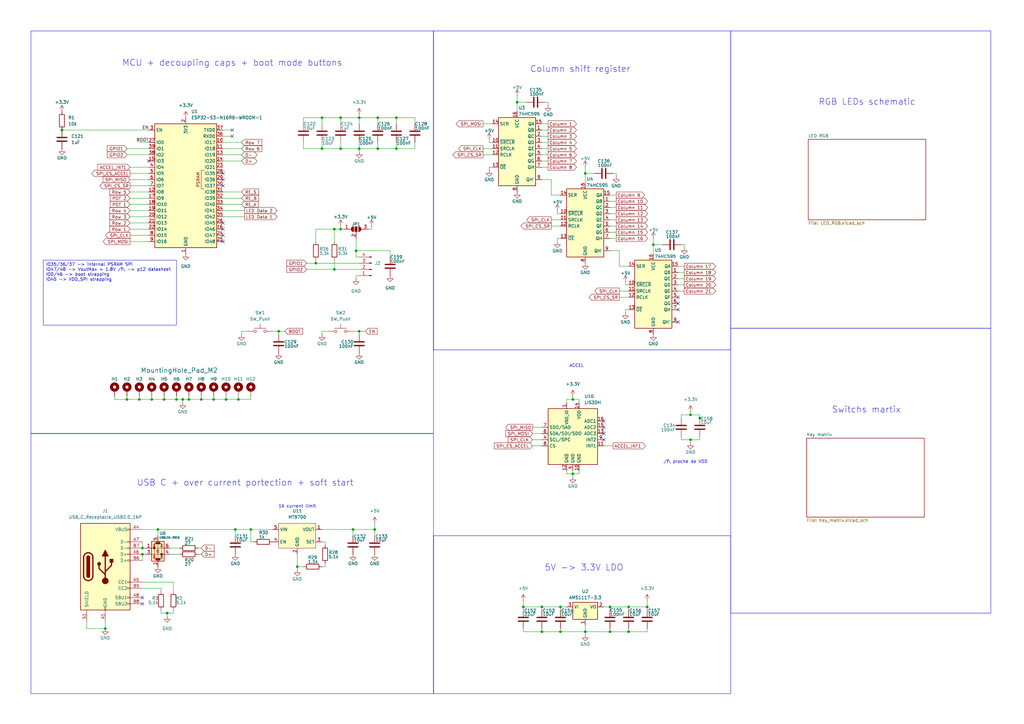
<source format=kicad_sch>
(kicad_sch (version 20250114) (generator "eeschema") (generator_version "9.0")
  (paper "A3")
  (rectangle (start 177.8 219.71) (end 299.72 284.48))
  (rectangle (start 12.7 12.7) (end 177.8 177.8))
  (rectangle (start 299.72 134.62) (end 406.4 251.46))
  (rectangle (start 12.7 177.8) (end 177.8 284.48))
  (rectangle (start 299.72 12.7) (end 406.4 134.62))
  (rectangle (start 177.8 12.7) (end 299.72 143.51))
  (text "Column shift register" (at 237.998 28.448 0) (effects (font (size 2.54 2.54))))
  (text "USB C + over current portection + soft start\n" (at 100.584 198.12 0) (effects (font (size 2.54 2.54))))
  (text "5V -> 3.3V LDO" (at 239.522 232.918 0) (effects (font (size 2.54 2.54))))
  (text "MCU + decoupling caps + boot mode buttons" (at 95.25 25.908 0) (effects (font (size 2.54 2.54))))
  (text "Switchs martix" (at 355.346 168.148 0) (effects (font (size 2.54 2.54))))
  (text "1A current limit" (at 121.92 207.772 0) (effects (font (size 1.27 1.27))))
  (text "ACCEL" (at 236.474 150.114 0) (effects (font (size 1.27 1.27))))
  (text "/!\\ proche de VDD\n" (at 281.178 189.484 0) (effects (font (size 1.27 1.27))))
  (text "RGB LEDs schematic\n" (at 355.6 41.91 0) (effects (font (size 2.54 2.54))))
  (text_box "IO35/36/37 -> internal PSRAM SPI\nIO47/48 -> VoutMax = 1.8V /!\\ -> p12 datasheet\nIO0/46 -> boot strapping\nIO45 -> VDD_SPI strapping\n\n" (at 17.78 106.68 0) (size 54.61 26.67) (margins 0.9525 0.9525 0.9525 0.9525) (effects (font (size 1.27 1.27) (thickness 0.1588)) (justify left top)))
  (junction (at 87.63 163.83))
  (junction (at 265.43 248.92))
  (junction (at 72.39 163.83))
  (junction (at 139.7 48.26))
  (junction (at 82.55 163.83))
  (junction (at 62.23 163.83))
  (junction (at 147.32 135.89))
  (junction (at 137.16 110.49))
  (junction (at 283.21 180.34))
  (junction (at 77.47 163.83))
  (junction (at 132.08 48.26))
  (junction (at 25.4 53.34))
  (junction (at 222.25 259.08))
  (junction (at 139.7 93.98))
  (junction (at 92.71 163.83))
  (junction (at 287.02 171.45))
  (junction (at 229.87 259.08))
  (junction (at 43.18 257.81))
  (junction (at 52.07 163.83))
  (junction (at 240.03 71.12))
  (junction (at 58.42 227.33))
  (junction (at 154.94 48.26))
  (junction (at 162.56 60.96))
  (junction (at 96.52 217.17))
  (junction (at 214.63 248.92))
  (junction (at 97.79 163.83))
  (junction (at 234.95 163.83))
  (junction (at 129.54 107.95))
  (junction (at 137.16 93.98))
  (junction (at 139.7 60.96))
  (junction (at 250.19 259.08))
  (junction (at 57.15 163.83))
  (junction (at 222.25 248.92))
  (junction (at 68.58 251.46))
  (junction (at 283.21 170.18))
  (junction (at 257.81 248.92))
  (junction (at 64.77 217.17))
  (junction (at 132.08 60.96))
  (junction (at 114.3 135.89))
  (junction (at 146.05 102.87))
  (junction (at 229.87 248.92))
  (junction (at 74.93 163.83))
  (junction (at 58.42 224.79))
  (junction (at 67.31 163.83))
  (junction (at 153.67 217.17))
  (junction (at 257.81 259.08))
  (junction (at 234.95 194.31))
  (junction (at 144.78 217.17))
  (junction (at 121.92 232.41))
  (junction (at 212.09 41.91))
  (junction (at 147.32 48.26))
  (junction (at 240.03 259.08))
  (junction (at 102.87 217.17))
  (junction (at 147.32 60.96))
  (junction (at 162.56 48.26))
  (junction (at 250.19 248.92))
  (junction (at 154.94 60.96))
  (junction (at 267.97 100.33))
  (no_connect (at 91.44 93.98))
  (no_connect (at 247.65 180.34))
  (no_connect (at 58.42 247.65))
  (no_connect (at 278.13 132.08))
  (no_connect (at 91.44 73.66))
  (no_connect (at 247.65 177.8))
  (no_connect (at 91.44 71.12))
  (no_connect (at 247.65 172.72))
  (no_connect (at 247.65 175.26))
  (no_connect (at 60.96 66.04))
  (no_connect (at 95.25 53.34))
  (no_connect (at 278.13 121.92))
  (no_connect (at 91.44 96.52))
  (no_connect (at 91.44 91.44))
  (no_connect (at 95.25 55.88))
  (no_connect (at 58.42 245.11))
  (no_connect (at 278.13 127))
  (no_connect (at 91.44 99.06))
  (no_connect (at 91.44 76.2))
  (no_connect (at 278.13 124.46))
  (wire (pts (xy 222.25 248.92) (xy 229.87 248.92)))
  (wire (pts (xy 228.6 87.63) (xy 229.87 87.63)))
  (wire (pts (xy 234.95 195.58) (xy 234.95 194.31)))
  (wire (pts (xy 77.47 163.83) (xy 82.55 163.83)))
  (wire (pts (xy 82.55 163.83) (xy 87.63 163.83)))
  (wire (pts (xy 240.03 259.08) (xy 240.03 256.54)))
  (wire (pts (xy 71.12 251.46) (xy 71.12 250.19)))
  (wire (pts (xy 250.19 102.87) (xy 254 102.87)))
  (wire (pts (xy 91.44 63.5) (xy 99.06 63.5)))
  (wire (pts (xy 267.97 97.79) (xy 267.97 100.33)))
  (wire (pts (xy 53.34 78.74) (xy 60.96 78.74)))
  (wire (pts (xy 121.92 232.41) (xy 124.46 232.41)))
  (wire (pts (xy 139.7 58.42) (xy 139.7 60.96)))
  (wire (pts (xy 64.77 217.17) (xy 64.77 219.71)))
  (wire (pts (xy 53.34 76.2) (xy 60.96 76.2)))
  (wire (pts (xy 218.44 175.26) (xy 222.25 175.26)))
  (wire (pts (xy 146.05 105.41) (xy 147.32 105.41)))
  (wire (pts (xy 287.02 171.45) (xy 287.02 172.72)))
  (wire (pts (xy 198.12 50.8) (xy 201.93 50.8)))
  (wire (pts (xy 278.13 114.3) (xy 280.67 114.3)))
  (wire (pts (xy 250.19 87.63) (xy 252.73 87.63)))
  (wire (pts (xy 250.19 92.71) (xy 252.73 92.71)))
  (wire (pts (xy 66.04 251.46) (xy 68.58 251.46)))
  (wire (pts (xy 132.08 135.89) (xy 134.62 135.89)))
  (wire (pts (xy 250.19 95.25) (xy 252.73 95.25)))
  (wire (pts (xy 279.4 100.33) (xy 280.67 100.33)))
  (wire (pts (xy 53.34 96.52) (xy 60.96 96.52)))
  (wire (pts (xy 278.13 109.22) (xy 280.67 109.22)))
  (wire (pts (xy 91.44 66.04) (xy 99.06 66.04)))
  (wire (pts (xy 52.07 162.56) (xy 52.07 163.83)))
  (wire (pts (xy 121.92 227.33) (xy 121.92 232.41)))
  (wire (pts (xy 256.54 115.57) (xy 256.54 116.84)))
  (wire (pts (xy 234.95 163.83) (xy 237.49 163.83)))
  (wire (pts (xy 198.12 63.5) (xy 201.93 63.5)))
  (wire (pts (xy 250.19 259.08) (xy 257.81 259.08)))
  (wire (pts (xy 234.95 194.31) (xy 234.95 193.04)))
  (wire (pts (xy 53.34 83.82) (xy 60.96 83.82)))
  (wire (pts (xy 226.06 73.66) (xy 226.06 80.01)))
  (wire (pts (xy 102.87 222.25) (xy 102.87 217.17)))
  (wire (pts (xy 71.12 238.76) (xy 71.12 242.57)))
  (wire (pts (xy 132.08 58.42) (xy 132.08 60.96)))
  (wire (pts (xy 154.94 48.26) (xy 154.94 50.8)))
  (wire (pts (xy 232.41 193.04) (xy 232.41 194.31)))
  (wire (pts (xy 99.06 137.16) (xy 99.06 135.89)))
  (wire (pts (xy 58.42 238.76) (xy 71.12 238.76)))
  (wire (pts (xy 67.31 163.83) (xy 62.23 163.83)))
  (wire (pts (xy 250.19 248.92) (xy 257.81 248.92)))
  (wire (pts (xy 66.04 242.57) (xy 66.04 241.3)))
  (wire (pts (xy 250.19 97.79) (xy 252.73 97.79)))
  (wire (pts (xy 212.09 41.91) (xy 212.09 45.72)))
  (wire (pts (xy 153.67 214.63) (xy 153.67 217.17)))
  (wire (pts (xy 52.07 163.83) (xy 46.99 163.83)))
  (wire (pts (xy 250.19 85.09) (xy 252.73 85.09)))
  (wire (pts (xy 74.93 165.1) (xy 74.93 163.83)))
  (wire (pts (xy 265.43 246.38) (xy 265.43 248.92)))
  (wire (pts (xy 240.03 260.35) (xy 240.03 259.08)))
  (wire (pts (xy 151.13 93.98) (xy 152.4 93.98)))
  (wire (pts (xy 232.41 165.1) (xy 232.41 163.83)))
  (wire (pts (xy 257.81 259.08) (xy 265.43 259.08)))
  (wire (pts (xy 144.78 217.17) (xy 144.78 219.71)))
  (wire (pts (xy 152.4 93.98) (xy 152.4 92.71)))
  (wire (pts (xy 146.05 97.79) (xy 146.05 102.87)))
  (wire (pts (xy 147.32 137.16) (xy 147.32 135.89)))
  (wire (pts (xy 43.18 255.27) (xy 43.18 257.81)))
  (wire (pts (xy 137.16 106.68) (xy 137.16 110.49)))
  (wire (pts (xy 228.6 86.36) (xy 228.6 87.63)))
  (wire (pts (xy 162.56 48.26) (xy 170.18 48.26)))
  (wire (pts (xy 237.49 194.31) (xy 234.95 194.31)))
  (wire (pts (xy 200.66 68.58) (xy 201.93 68.58)))
  (wire (pts (xy 287.02 180.34) (xy 287.02 179.07)))
  (wire (pts (xy 53.34 81.28) (xy 60.96 81.28)))
  (wire (pts (xy 250.19 257.81) (xy 250.19 259.08)))
  (wire (pts (xy 77.47 163.83) (xy 74.93 163.83)))
  (wire (pts (xy 58.42 217.17) (xy 64.77 217.17)))
  (wire (pts (xy 147.32 48.26) (xy 147.32 50.8)))
  (wire (pts (xy 57.15 163.83) (xy 62.23 163.83)))
  (wire (pts (xy 68.58 252.73) (xy 68.58 251.46)))
  (wire (pts (xy 200.66 57.15) (xy 200.66 58.42)))
  (wire (pts (xy 146.05 113.03) (xy 146.05 114.3)))
  (wire (pts (xy 82.55 227.33) (xy 81.28 227.33)))
  (wire (pts (xy 97.79 162.56) (xy 97.79 163.83)))
  (wire (pts (xy 212.09 39.37) (xy 212.09 41.91)))
  (wire (pts (xy 254 119.38) (xy 257.81 119.38)))
  (wire (pts (xy 222.25 66.04) (xy 224.79 66.04)))
  (wire (pts (xy 162.56 58.42) (xy 162.56 60.96)))
  (wire (pts (xy 170.18 60.96) (xy 170.18 58.42)))
  (wire (pts (xy 222.25 248.92) (xy 222.25 250.19)))
  (wire (pts (xy 240.03 71.12) (xy 243.84 71.12)))
  (wire (pts (xy 137.16 93.98) (xy 139.7 93.98)))
  (wire (pts (xy 58.42 222.25) (xy 58.42 224.79)))
  (wire (pts (xy 125.73 107.95) (xy 129.54 107.95)))
  (wire (pts (xy 232.41 163.83) (xy 234.95 163.83)))
  (wire (pts (xy 87.63 163.83) (xy 92.71 163.83)))
  (wire (pts (xy 69.85 227.33) (xy 73.66 227.33)))
  (wire (pts (xy 62.23 162.56) (xy 62.23 163.83)))
  (wire (pts (xy 132.08 60.96) (xy 139.7 60.96)))
  (wire (pts (xy 124.46 50.8) (xy 124.46 48.26)))
  (wire (pts (xy 53.34 68.58) (xy 60.96 68.58)))
  (wire (pts (xy 60.96 58.42) (xy 57.15 58.42)))
  (wire (pts (xy 228.6 97.79) (xy 229.87 97.79)))
  (wire (pts (xy 153.67 219.71) (xy 153.67 217.17)))
  (wire (pts (xy 278.13 111.76) (xy 280.67 111.76)))
  (wire (pts (xy 67.31 163.83) (xy 72.39 163.83)))
  (wire (pts (xy 218.44 182.88) (xy 222.25 182.88)))
  (wire (pts (xy 91.44 83.82) (xy 99.06 83.82)))
  (wire (pts (xy 222.25 50.8) (xy 224.79 50.8)))
  (wire (pts (xy 267.97 100.33) (xy 271.78 100.33)))
  (wire (pts (xy 214.63 259.08) (xy 214.63 257.81)))
  (wire (pts (xy 278.13 116.84) (xy 280.67 116.84)))
  (wire (pts (xy 139.7 93.98) (xy 139.7 92.71)))
  (wire (pts (xy 35.56 257.81) (xy 35.56 255.27)))
  (wire (pts (xy 250.19 80.01) (xy 252.73 80.01)))
  (wire (pts (xy 92.71 162.56) (xy 92.71 163.83)))
  (wire (pts (xy 226.06 92.71) (xy 229.87 92.71)))
  (wire (pts (xy 137.16 93.98) (xy 137.16 99.06)))
  (wire (pts (xy 129.54 107.95) (xy 129.54 106.68)))
  (wire (pts (xy 240.03 71.12) (xy 240.03 74.93)))
  (wire (pts (xy 133.35 232.41) (xy 132.08 232.41)))
  (wire (pts (xy 124.46 58.42) (xy 124.46 60.96)))
  (wire (pts (xy 237.49 163.83) (xy 237.49 165.1)))
  (wire (pts (xy 102.87 217.17) (xy 111.76 217.17)))
  (wire (pts (xy 129.54 99.06) (xy 129.54 93.98)))
  (wire (pts (xy 25.4 53.34) (xy 60.96 53.34)))
  (wire (pts (xy 91.44 58.42) (xy 99.06 58.42)))
  (wire (pts (xy 129.54 93.98) (xy 137.16 93.98)))
  (wire (pts (xy 147.32 48.26) (xy 154.94 48.26)))
  (wire (pts (xy 218.44 180.34) (xy 222.25 180.34)))
  (wire (pts (xy 154.94 60.96) (xy 162.56 60.96)))
  (wire (pts (xy 58.42 229.87) (xy 58.42 227.33)))
  (wire (pts (xy 257.81 248.92) (xy 265.43 248.92)))
  (wire (pts (xy 124.46 48.26) (xy 132.08 48.26)))
  (wire (pts (xy 283.21 181.61) (xy 283.21 180.34)))
  (wire (pts (xy 240.03 259.08) (xy 229.87 259.08)))
  (wire (pts (xy 222.25 73.66) (xy 226.06 73.66)))
  (wire (pts (xy 218.44 177.8) (xy 222.25 177.8)))
  (wire (pts (xy 91.44 60.96) (xy 99.06 60.96)))
  (wire (pts (xy 147.32 60.96) (xy 154.94 60.96)))
  (wire (pts (xy 133.35 222.25) (xy 132.08 222.25)))
  (wire (pts (xy 234.95 163.83) (xy 234.95 162.56)))
  (wire (pts (xy 200.66 69.85) (xy 200.66 68.58)))
  (wire (pts (xy 200.66 58.42) (xy 201.93 58.42)))
  (wire (pts (xy 146.05 102.87) (xy 160.02 102.87)))
  (wire (pts (xy 222.25 55.88) (xy 224.79 55.88)))
  (wire (pts (xy 170.18 48.26) (xy 170.18 50.8)))
  (wire (pts (xy 283.21 180.34) (xy 287.02 180.34)))
  (wire (pts (xy 100.33 88.9) (xy 91.44 88.9)))
  (wire (pts (xy 283.21 168.91) (xy 283.21 170.18)))
  (wire (pts (xy 250.19 248.92) (xy 250.19 250.19)))
  (wire (pts (xy 52.07 63.5) (xy 60.96 63.5)))
  (wire (pts (xy 102.87 162.56) (xy 102.87 163.83)))
  (wire (pts (xy 58.42 227.33) (xy 59.69 227.33)))
  (wire (pts (xy 283.21 170.18) (xy 287.02 170.18)))
  (wire (pts (xy 160.02 102.87) (xy 160.02 105.41)))
  (wire (pts (xy 251.46 71.12) (xy 252.73 71.12)))
  (wire (pts (xy 256.54 128.27) (xy 256.54 127)))
  (wire (pts (xy 153.67 217.17) (xy 144.78 217.17)))
  (wire (pts (xy 265.43 257.81) (xy 265.43 259.08)))
  (wire (pts (xy 214.63 246.38) (xy 214.63 248.92)))
  (wire (pts (xy 254 121.92) (xy 257.81 121.92)))
  (wire (pts (xy 278.13 119.38) (xy 280.67 119.38)))
  (wire (pts (xy 46.99 163.83) (xy 46.99 162.56)))
  (wire (pts (xy 222.25 63.5) (xy 224.79 63.5)))
  (wire (pts (xy 229.87 259.08) (xy 229.87 257.81)))
  (wire (pts (xy 58.42 224.79) (xy 59.69 224.79)))
  (wire (pts (xy 68.58 251.46) (xy 71.12 251.46)))
  (wire (pts (xy 222.25 68.58) (xy 224.79 68.58)))
  (wire (pts (xy 69.85 224.79) (xy 73.66 224.79)))
  (wire (pts (xy 104.14 222.25) (xy 102.87 222.25)))
  (wire (pts (xy 252.73 71.12) (xy 252.73 72.39)))
  (wire (pts (xy 222.25 259.08) (xy 222.25 257.81)))
  (wire (pts (xy 67.31 162.56) (xy 67.31 163.83)))
  (wire (pts (xy 64.77 217.17) (xy 96.52 217.17)))
  (wire (pts (xy 146.05 113.03) (xy 147.32 113.03)))
  (wire (pts (xy 154.94 58.42) (xy 154.94 60.96)))
  (wire (pts (xy 96.52 217.17) (xy 102.87 217.17)))
  (wire (pts (xy 72.39 163.83) (xy 72.39 162.56)))
  (wire (pts (xy 223.52 41.91) (xy 224.79 41.91)))
  (wire (pts (xy 240.03 259.08) (xy 250.19 259.08)))
  (wire (pts (xy 267.97 100.33) (xy 267.97 104.14)))
  (wire (pts (xy 87.63 163.83) (xy 87.63 162.56)))
  (wire (pts (xy 114.3 135.89) (xy 116.84 135.89)))
  (wire (pts (xy 247.65 248.92) (xy 250.19 248.92)))
  (wire (pts (xy 53.34 91.44) (xy 60.96 91.44)))
  (wire (pts (xy 96.52 219.71) (xy 96.52 217.17)))
  (wire (pts (xy 82.55 162.56) (xy 82.55 163.83)))
  (wire (pts (xy 102.87 163.83) (xy 97.79 163.83)))
  (wire (pts (xy 91.44 53.34) (xy 95.25 53.34)))
  (wire (pts (xy 237.49 193.04) (xy 237.49 194.31)))
  (wire (pts (xy 121.92 232.41) (xy 121.92 233.68)))
  (wire (pts (xy 247.65 182.88) (xy 251.46 182.88)))
  (wire (pts (xy 147.32 60.96) (xy 147.32 62.23)))
  (wire (pts (xy 222.25 53.34) (xy 224.79 53.34)))
  (wire (pts (xy 279.4 171.45) (xy 279.4 170.18)))
  (wire (pts (xy 256.54 127) (xy 257.81 127)))
  (wire (pts (xy 53.34 71.12) (xy 60.96 71.12)))
  (wire (pts (xy 133.35 223.52) (xy 133.35 222.25)))
  (wire (pts (xy 91.44 81.28) (xy 99.06 81.28)))
  (wire (pts (xy 280.67 100.33) (xy 280.67 101.6)))
  (wire (pts (xy 250.19 90.17) (xy 252.73 90.17)))
  (wire (pts (xy 124.46 60.96) (xy 132.08 60.96)))
  (wire (pts (xy 111.76 135.89) (xy 114.3 135.89)))
  (wire (pts (xy 257.81 250.19) (xy 257.81 248.92)))
  (wire (pts (xy 97.79 163.83) (xy 92.71 163.83)))
  (wire (pts (xy 214.63 248.92) (xy 222.25 248.92)))
  (wire (pts (xy 146.05 102.87) (xy 146.05 105.41)))
  (wire (pts (xy 139.7 60.96) (xy 147.32 60.96)))
  (wire (pts (xy 57.15 163.83) (xy 57.15 162.56)))
  (wire (pts (xy 147.32 46.99) (xy 147.32 48.26)))
  (wire (pts (xy 133.35 231.14) (xy 133.35 232.41)))
  (wire (pts (xy 91.44 78.74) (xy 99.06 78.74)))
  (wire (pts (xy 198.12 60.96) (xy 201.93 60.96)))
  (wire (pts (xy 265.43 248.92) (xy 265.43 250.19)))
  (wire (pts (xy 132.08 48.26) (xy 132.08 50.8)))
  (wire (pts (xy 140.97 93.98) (xy 139.7 93.98)))
  (wire (pts (xy 144.78 135.89) (xy 147.32 135.89)))
  (wire (pts (xy 212.09 41.91) (xy 215.9 41.91)))
  (wire (pts (xy 114.3 137.16) (xy 114.3 135.89)))
  (wire (pts (xy 137.16 110.49) (xy 147.32 110.49)))
  (wire (pts (xy 154.94 48.26) (xy 162.56 48.26)))
  (wire (pts (xy 224.79 41.91) (xy 224.79 43.18)))
  (wire (pts (xy 53.34 88.9) (xy 60.96 88.9)))
  (wire (pts (xy 254 109.22) (xy 257.81 109.22)))
  (wire (pts (xy 287.02 170.18) (xy 287.02 171.45)))
  (wire (pts (xy 53.34 73.66) (xy 60.96 73.66)))
  (wire (pts (xy 254 102.87) (xy 254 109.22)))
  (wire (pts (xy 125.73 110.49) (xy 137.16 110.49)))
  (wire (pts (xy 147.32 58.42) (xy 147.32 60.96)))
  (wire (pts (xy 99.06 135.89) (xy 101.6 135.89)))
  (wire (pts (xy 257.81 259.08) (xy 257.81 257.81)))
  (wire (pts (xy 66.04 250.19) (xy 66.04 251.46)))
  (wire (pts (xy 279.4 170.18) (xy 283.21 170.18)))
  (wire (pts (xy 222.25 259.08) (xy 214.63 259.08)))
  (wire (pts (xy 232.41 194.31) (xy 234.95 194.31)))
  (wire (pts (xy 283.21 180.34) (xy 279.4 180.34)))
  (wire (pts (xy 132.08 48.26) (xy 139.7 48.26)))
  (wire (pts (xy 77.47 162.56) (xy 77.47 163.83)))
  (wire (pts (xy 139.7 48.26) (xy 139.7 50.8)))
  (wire (pts (xy 279.4 180.34) (xy 279.4 179.07)))
  (wire (pts (xy 129.54 107.95) (xy 147.32 107.95)))
  (wire (pts (xy 147.32 135.89) (xy 149.86 135.89)))
  (wire (pts (xy 226.06 90.17) (xy 229.87 90.17)))
  (wire (pts (xy 222.25 259.08) (xy 229.87 259.08)))
  (wire (pts (xy 91.44 86.36) (xy 100.33 86.36)))
  (wire (pts (xy 222.25 58.42) (xy 224.79 58.42)))
  (wire (pts (xy 162.56 60.96) (xy 170.18 60.96)))
  (wire (pts (xy 229.87 248.92) (xy 229.87 250.19)))
  (wire (pts (xy 228.6 99.06) (xy 228.6 97.79)))
  (wire (pts (xy 256.54 116.84) (xy 257.81 116.84)))
  (wire (pts (xy 52.07 60.96) (xy 60.96 60.96)))
  (wire (pts (xy 53.34 93.98) (xy 60.96 93.98)))
  (wire (pts (xy 91.44 55.88) (xy 95.25 55.88)))
  (wire (pts (xy 74.93 163.83) (xy 72.39 163.83)))
  (wire (pts (xy 52.07 163.83) (xy 57.15 163.83)))
  (wire (pts (xy 132.08 217.17) (xy 144.78 217.17)))
  (wire (pts (xy 162.56 48.26) (xy 162.56 50.8)))
  (wire (pts (xy 232.41 248.92) (xy 229.87 248.92)))
  (wire (pts (xy 214.63 250.19) (xy 214.63 248.92)))
  (wire (pts (xy 132.08 137.16) (xy 132.08 135.89)))
  (wire (pts (xy 53.34 86.36) (xy 60.96 86.36)))
  (wire (pts (xy 82.55 224.79) (xy 81.28 224.79)))
  (wire (pts (xy 250.19 82.55) (xy 252.73 82.55)))
  (wire (pts (xy 43.18 257.81) (xy 35.56 257.81)))
  (wire (pts (xy 226.06 80.01) (xy 229.87 80.01)))
  (wire (pts (xy 240.03 68.58) (xy 240.03 71.12)))
  (wire (pts (xy 53.34 99.06) (xy 60.96 99.06)))
  (wire (pts (xy 222.25 60.96) (xy 224.79 60.96)))
  (wire (pts (xy 58.42 241.3) (xy 66.04 241.3)))
  (wire (pts (xy 139.7 48.26) (xy 147.32 48.26)))
  (label "EN" (at 60.96 53.34 180))
  (label "BOOT" (at 60.96 58.42 180))
  (global_label "D-" (shape bidirectional) (at 99.06 63.5 0) (property "Intersheetrefs" "${INTERSHEET_REFS}" (effects (hide yes))))
  (global_label "SPI_CLK" (shape input) (at 218.44 180.34 180) (property "Intersheetrefs" "${INTERSHEET_REFS}" (effects (hide yes))))
  (global_label "D+" (shape input) (at 82.55 227.33 0) (property "Intersheetrefs" "${INTERSHEET_REFS}" (effects (hide yes))))
  (global_label "Column 21" (shape output) (at 280.67 119.38 0) (property "Intersheetrefs" "${INTERSHEET_REFS}" (effects (hide yes))))
  (global_label "SPI_CS_ACCEL" (shape output) (at 53.34 71.12 180) (property "Intersheetrefs" "${INTERSHEET_REFS}" (effects (hide yes))))
  (global_label "SPI_CS_SR" (shape output) (at 53.34 76.2 180) (property "Intersheetrefs" "${INTERSHEET_REFS}" (effects (hide yes))))
  (global_label "Column 11" (shape output) (at 252.73 85.09 0) (property "Intersheetrefs" "${INTERSHEET_REFS}" (effects (hide yes))))
  (global_label "SPI_MOSI" (shape output) (at 53.34 99.06 180) (property "Intersheetrefs" "${INTERSHEET_REFS}" (effects (hide yes))))
  (global_label "Column 7" (shape output) (at 224.79 66.04 0) (property "Intersheetrefs" "${INTERSHEET_REFS}" (effects (hide yes))))
  (global_label "RE_S" (shape input) (at 99.06 78.74 0) (property "Intersheetrefs" "${INTERSHEET_REFS}" (effects (hide yes))))
  (global_label "SPI_CLK" (shape output) (at 226.06 90.17 180) (property "Intersheetrefs" "${INTERSHEET_REFS}" (effects (hide yes))))
  (global_label "LED Data 2" (shape output) (at 100.33 86.36 0) (property "Intersheetrefs" "${INTERSHEET_REFS}" (effects (hide yes))))
  (global_label "SPI_MISO" (shape output) (at 218.44 175.26 180) (property "Intersheetrefs" "${INTERSHEET_REFS}" (effects (hide yes))))
  (global_label "Column 1" (shape output) (at 224.79 50.8 0) (property "Intersheetrefs" "${INTERSHEET_REFS}" (effects (hide yes))))
  (global_label "SPI_MISO" (shape input) (at 53.34 73.66 180) (property "Intersheetrefs" "${INTERSHEET_REFS}" (effects (hide yes))))
  (global_label "SPI_CLK" (shape output) (at 198.12 60.96 180) (property "Intersheetrefs" "${INTERSHEET_REFS}" (effects (hide yes))))
  (global_label "Column 17" (shape output) (at 280.67 109.22 0) (property "Intersheetrefs" "${INTERSHEET_REFS}" (effects (hide yes))))
  (global_label "Column 19" (shape output) (at 280.67 114.3 0) (property "Intersheetrefs" "${INTERSHEET_REFS}" (effects (hide yes))))
  (global_label "ACCEL_INT1" (shape output) (at 251.46 182.88 0) (property "Intersheetrefs" "${INTERSHEET_REFS}" (effects (hide yes))))
  (global_label "SPI_CS_ACCEL" (shape input) (at 218.44 182.88 180) (property "Intersheetrefs" "${INTERSHEET_REFS}" (effects (hide yes))))
  (global_label "SPI_MOSI" (shape output) (at 198.12 50.8 180) (property "Intersheetrefs" "${INTERSHEET_REFS}" (effects (hide yes))))
  (global_label "Column 4" (shape output) (at 224.79 58.42 0) (property "Intersheetrefs" "${INTERSHEET_REFS}" (effects (hide yes))))
  (global_label "Column 18" (shape output) (at 280.67 111.76 0) (property "Intersheetrefs" "${INTERSHEET_REFS}" (effects (hide yes))))
  (global_label "POT 2" (shape input) (at 53.34 81.28 180) (property "Intersheetrefs" "${INTERSHEET_REFS}" (effects (hide yes))))
  (global_label "Column 8" (shape output) (at 224.79 68.58 0) (property "Intersheetrefs" "${INTERSHEET_REFS}" (effects (hide yes))))
  (global_label "Column 12" (shape output) (at 252.73 87.63 0) (property "Intersheetrefs" "${INTERSHEET_REFS}" (effects (hide yes))))
  (global_label "Column 9" (shape output) (at 252.73 80.01 0) (property "Intersheetrefs" "${INTERSHEET_REFS}" (effects (hide yes))))
  (global_label "Column 20" (shape output) (at 280.67 116.84 0) (property "Intersheetrefs" "${INTERSHEET_REFS}" (effects (hide yes))))
  (global_label "Column 14" (shape output) (at 252.73 92.71 0) (property "Intersheetrefs" "${INTERSHEET_REFS}" (effects (hide yes))))
  (global_label "Column 3" (shape output) (at 224.79 55.88 0) (property "Intersheetrefs" "${INTERSHEET_REFS}" (effects (hide yes))))
  (global_label "SPI_CS_SR" (shape output) (at 254 121.92 180) (property "Intersheetrefs" "${INTERSHEET_REFS}" (effects (hide yes))))
  (global_label "Column 2" (shape output) (at 224.79 53.34 0) (property "Intersheetrefs" "${INTERSHEET_REFS}" (effects (hide yes))))
  (global_label "GPIO2" (shape input) (at 125.73 110.49 180) (property "Intersheetrefs" "${INTERSHEET_REFS}" (effects (hide yes))))
  (global_label "Column 6" (shape output) (at 224.79 63.5 0) (property "Intersheetrefs" "${INTERSHEET_REFS}" (effects (hide yes))))
  (global_label "SPI_CS_SR" (shape output) (at 226.06 92.71 180) (property "Intersheetrefs" "${INTERSHEET_REFS}" (effects (hide yes))))
  (global_label "Column 16" (shape output) (at 252.73 97.79 0) (property "Intersheetrefs" "${INTERSHEET_REFS}" (effects (hide yes))))
  (global_label "Row 4" (shape input) (at 53.34 86.36 180) (property "Intersheetrefs" "${INTERSHEET_REFS}" (effects (hide yes))))
  (global_label "LED Data 1" (shape output) (at 100.33 88.9 0) (property "Intersheetrefs" "${INTERSHEET_REFS}" (effects (hide yes))))
  (global_label "SPI_CS_SR" (shape output) (at 198.12 63.5 180) (property "Intersheetrefs" "${INTERSHEET_REFS}" (effects (hide yes))))
  (global_label "Row 1" (shape input) (at 53.34 93.98 180) (property "Intersheetrefs" "${INTERSHEET_REFS}" (effects (hide yes))))
  (global_label "Column 15" (shape output) (at 252.73 95.25 0) (property "Intersheetrefs" "${INTERSHEET_REFS}" (effects (hide yes))))
  (global_label "Row 7" (shape input) (at 99.06 58.42 0) (property "Intersheetrefs" "${INTERSHEET_REFS}" (effects (hide yes))))
  (global_label "SPI_MOSI" (shape input) (at 218.44 177.8 180) (property "Intersheetrefs" "${INTERSHEET_REFS}" (effects (hide yes))))
  (global_label "ACCEL_INT1" (shape input) (at 53.34 68.58 180) (property "Intersheetrefs" "${INTERSHEET_REFS}" (effects (hide yes))))
  (global_label "SPI_CLK" (shape output) (at 53.34 96.52 180) (property "Intersheetrefs" "${INTERSHEET_REFS}" (effects (hide yes))))
  (global_label "EN" (shape input) (at 149.86 135.89 0) (property "Intersheetrefs" "${INTERSHEET_REFS}" (effects (hide yes))))
  (global_label "GPIO2" (shape input) (at 52.07 63.5 180) (property "Intersheetrefs" "${INTERSHEET_REFS}" (effects (hide yes))))
  (global_label "D+" (shape bidirectional) (at 99.06 66.04 0) (property "Intersheetrefs" "${INTERSHEET_REFS}" (effects (hide yes))))
  (global_label "Column 5" (shape output) (at 224.79 60.96 0) (property "Intersheetrefs" "${INTERSHEET_REFS}" (effects (hide yes))))
  (global_label "RE_A" (shape input) (at 99.06 83.82 0) (property "Intersheetrefs" "${INTERSHEET_REFS}" (effects (hide yes))))
  (global_label "D-" (shape input) (at 82.55 224.79 0) (property "Intersheetrefs" "${INTERSHEET_REFS}" (effects (hide yes))))
  (global_label "Row 6" (shape input) (at 99.06 60.96 0) (property "Intersheetrefs" "${INTERSHEET_REFS}" (effects (hide yes))))
  (global_label "GPIO1" (shape input) (at 125.73 107.95 180) (property "Intersheetrefs" "${INTERSHEET_REFS}" (effects (hide yes))))
  (global_label "Row 3" (shape input) (at 53.34 88.9 180) (property "Intersheetrefs" "${INTERSHEET_REFS}" (effects (hide yes))))
  (global_label "Column 13" (shape output) (at 252.73 90.17 0) (property "Intersheetrefs" "${INTERSHEET_REFS}" (effects (hide yes))))
  (global_label "RE_B" (shape input) (at 99.06 81.28 0) (property "Intersheetrefs" "${INTERSHEET_REFS}" (effects (hide yes))))
  (global_label "Row 5" (shape input) (at 53.34 78.74 180) (property "Intersheetrefs" "${INTERSHEET_REFS}" (effects (hide yes))))
  (global_label "GPIO1" (shape input) (at 52.07 60.96 180) (property "Intersheetrefs" "${INTERSHEET_REFS}" (effects (hide yes))))
  (global_label "Row 2" (shape input) (at 53.34 91.44 180) (property "Intersheetrefs" "${INTERSHEET_REFS}" (effects (hide yes))))
  (global_label "BOOT" (shape input) (at 116.84 135.89 0) (property "Intersheetrefs" "${INTERSHEET_REFS}" (effects (hide yes))))
  (global_label "SPI_CLK" (shape output) (at 254 119.38 180) (property "Intersheetrefs" "${INTERSHEET_REFS}" (effects (hide yes))))
  (global_label "POT 1" (shape input) (at 53.34 83.82 180) (property "Intersheetrefs" "${INTERSHEET_REFS}" (effects (hide yes))))
  (global_label "Column 10" (shape output) (at 252.73 82.55 0) (property "Intersheetrefs" "${INTERSHEET_REFS}" (effects (hide yes))))
  (symbol (lib_id "power:GND") (at 144.78 227.33 0) (unit 1)
    (property "Reference" "#PWR0421" (effects (hide yes)))
    (property "Value" "GND" (at 144.78 231.14 0))
    (property "Description" "Power symbol creates a global label with name \"GND\" , ground" (effects (hide yes)))
  )
  (symbol (lib_id "power:+3.3V") (at 283.21 168.91 0) (unit 1)
    (property "Reference" "#PWR0427" (effects (hide yes)))
    (property "Value" "+3.3V" (at 283.21 163.83 0))
    (property "Description" "Power symbol creates a global label with name \"+3.3V\"" (effects (hide yes)))
  )
  (symbol (lib_id "Connector:USB_C_Receptacle_USB2.0_16P") (at 43.18 232.41 0) (unit 1)
    (property "Reference" "J1" (at 43.18 209.55 0))
    (property "Value" "USB_C_Receptacle_USB2.0_16P" (at 43.18 212.09 0))
    (property "Footprint" "Connector_USB:USB_C_Receptacle_G-Switch_GT-USB-7010ASV" (effects (hide yes)))
    (property "Datasheet" "https://www.usb.org/sites/default/files/documents/usb_type-c.zip" (effects (hide yes)))
    (property "Description" "USB 2.0-only 16P Type-C Receptacle connector" (effects (hide yes)))
  )
  (symbol (lib_id "Device:R") (at 137.16 102.87 0) (mirror y) (unit 1)
    (property "Reference" "R31" (at 142.494 102.108 0) (effects (justify left)))
    (property "Value" "3.3k" (at 142.748 103.886 0) (effects (justify left)))
    (property "Footprint" "Resistor_SMD:R_0603_1608Metric_Pad0.98x0.95mm_HandSolder" (effects (hide yes)))
    (property "Description" "Resistor" (effects (hide yes)))
  )
  (symbol (lib_id "Device:C") (at 279.4 175.26 0) (mirror y) (unit 1)
    (property "Reference" "C134" (at 277.114 174.498 0) (effects (justify left)))
    (property "Value" "100nF" (at 277.114 176.276 0) (effects (justify left)))
    (property "Footprint" "Capacitor_SMD:C_0402_1005Metric_Pad0.74x0.62mm_HandSolder" (effects (hide yes)))
    (property "Description" "Unpolarized capacitor" (effects (hide yes)))
  )
  (symbol (lib_id "power:+5V") (at 153.67 214.63 0) (unit 1)
    (property "Reference" "#PWR07" (effects (hide yes)))
    (property "Value" "+5V" (at 153.67 209.55 0))
    (property "Description" "Power symbol creates a global label with name \"+5V\"" (effects (hide yes)))
  )
  (symbol (lib_id "power:GND") (at 99.06 137.16 0) (unit 1)
    (property "Reference" "#PWR012" (effects (hide yes)))
    (property "Value" "GND" (at 99.06 140.97 0))
    (property "Description" "Power symbol creates a global label with name \"GND\" , ground" (effects (hide yes)))
  )
  (symbol (lib_id "power:+3.3V") (at 234.95 162.56 0) (unit 1)
    (property "Reference" "#PWR0425" (effects (hide yes)))
    (property "Value" "+3.3V" (at 234.95 157.48 0))
    (property "Description" "Power symbol creates a global label with name \"+3.3V\"" (effects (hide yes)))
  )
  (symbol (lib_id "power:+5V") (at 240.03 68.58 0) (unit 1)
    (property "Reference" "#PWR024" (effects (hide yes)))
    (property "Value" "+5V" (at 240.03 65.024 0))
    (property "Description" "Power symbol creates a global label with name \"+5V\"" (effects (hide yes)))
  )
  (symbol (lib_id "Sensor_Motion:LIS3DH") (at 234.95 177.8 0) (unit 1)
    (property "Reference" "U10" (at 239.6841 162.56 0) (effects (justify left)))
    (property "Value" "LIS3DH" (at 239.6841 165.1 0) (effects (justify left)))
    (property "Footprint" "Package_LGA:LGA-16_3x3mm_P0.5mm_LayoutBorder3x5y" (effects (hide yes)))
    (property "Datasheet" "https://www.st.com/resource/en/datasheet/cd00274221.pdf" (effects (hide yes)))
    (property "Description" "3-Axis Accelerometer, 2/4/8/16g range, I2C/SPI interface, LGA-16" (effects (hide yes)))
  )
  (symbol (lib_id "power:GND") (at 43.18 257.81 0) (mirror y) (unit 1)
    (property "Reference" "#PWR08" (effects (hide yes)))
    (property "Value" "GND" (at 43.18 261.62 0))
    (property "Description" "Power symbol creates a global label with name \"GND\" , ground" (effects (hide yes)))
  )
  (symbol (lib_id "Device:R") (at 71.12 246.38 180) (unit 1)
    (property "Reference" "R2" (at 72.136 245.364 0) (effects (justify right)))
    (property "Value" "5.1k" (at 72.136 247.1419 0) (effects (justify right)))
    (property "Footprint" "Resistor_SMD:R_0603_1608Metric_Pad0.98x0.95mm_HandSolder" (effects (hide yes)))
    (property "Description" "Resistor" (effects (hide yes)))
  )
  (symbol (lib_id "Device:C") (at 96.52 223.52 0) (unit 1)
    (property "Reference" "C131" (at 96.774 219.964 0) (effects (justify left)))
    (property "Value" "10uF" (at 96.774 221.4879 0) (effects (justify left)))
    (property "Footprint" "Capacitor_SMD:C_0603_1608Metric_Pad1.08x0.95mm_HandSolder" (effects (hide yes)))
    (property "Description" "Unpolarized capacitor" (effects (hide yes)))
  )
  (symbol (lib_id "power:GND") (at 240.03 260.35 0) (unit 1)
    (property "Reference" "#PWR016" (effects (hide yes)))
    (property "Value" "GND" (at 240.03 264.16 0))
    (property "Description" "Power symbol creates a global label with name \"GND\" , ground" (effects (hide yes)))
  )
  (symbol (lib_id "Mechanical:MountingHole_Pad") (at 102.87 160.02 0) (mirror y) (unit 1)
    (property "Reference" "H12" (at 102.87 155.448 0))
    (property "Value" "MountingHole_Pad_M2" (effects (hide yes)))
    (property "Footprint" "MountingHole:MountingHole_2.2mm_M2_ISO7380_Pad" (effects (hide yes)))
    (property "Description" "Mounting Hole with connection" (effects (hide yes)))
  )
  (symbol (lib_id "Device:C") (at 154.94 54.61 0) (unit 1)
    (property "Reference" "C126" (at 154.94 50.8 0) (effects (justify left)))
    (property "Value" "100nF" (at 154.94 52.578 0) (effects (justify left)))
    (property "Footprint" "Capacitor_SMD:C_0402_1005Metric_Pad0.74x0.62mm_HandSolder" (effects (hide yes)))
    (property "Description" "Unpolarized capacitor" (effects (hide yes)))
  )
  (symbol (lib_id "power:GND") (at 153.67 227.33 0) (unit 1)
    (property "Reference" "#PWR0422" (effects (hide yes)))
    (property "Value" "GND" (at 153.67 231.14 0))
    (property "Description" "Power symbol creates a global label with name \"GND\" , ground" (effects (hide yes)))
  )
  (symbol (lib_id "power:GND") (at 234.95 195.58 0) (unit 1)
    (property "Reference" "#PWR0424" (effects (hide yes)))
    (property "Value" "GND" (at 234.95 199.39 0))
    (property "Description" "Power symbol creates a global label with name \"GND\" , ground" (effects (hide yes)))
  )
  (symbol (lib_id "Switch:SW_Push") (at 106.68 135.89 0) (unit 1)
    (property "Reference" "SW1" (at 106.68 128.27 0))
    (property "Value" "SW_Push" (at 106.68 130.81 0))
    (property "Footprint" "Button_Switch_SMD:SW_SPST_SKQG_WithoutStem" (effects (hide yes)))
    (property "Description" "Push button switch, generic, two pins" (effects (hide yes)))
  )
  (symbol (lib_id "power:GND") (at 147.32 144.78 0) (unit 1)
    (property "Reference" "#PWR015" (effects (hide yes)))
    (property "Value" "GND" (at 147.32 148.59 0))
    (property "Description" "Power symbol creates a global label with name \"GND\" , ground" (effects (hide yes)))
  )
  (symbol (lib_id "power:GND") (at 283.21 181.61 0) (unit 1)
    (property "Reference" "#PWR0426" (effects (hide yes)))
    (property "Value" "GND" (at 283.21 185.42 0))
    (property "Description" "Power symbol creates a global label with name \"GND\" , ground" (effects (hide yes)))
  )
  (symbol (lib_id "Device:C") (at 144.78 223.52 0) (unit 1)
    (property "Reference" "C132" (at 145.034 219.964 0) (effects (justify left)))
    (property "Value" "10uF" (at 145.034 221.4879 0) (effects (justify left)))
    (property "Footprint" "Capacitor_SMD:C_0603_1608Metric_Pad1.08x0.95mm_HandSolder" (effects (hide yes)))
    (property "Description" "Unpolarized capacitor" (effects (hide yes)))
  )
  (symbol (lib_id "Device:C") (at 265.43 254 0) (unit 1)
    (property "Reference" "C157" (at 265.684 250.444 0) (effects (justify left)))
    (property "Value" "10uF" (at 265.684 251.968 0) (effects (justify left)))
    (property "Footprint" "Capacitor_SMD:C_0603_1608Metric_Pad1.08x0.95mm_HandSolder" (effects (hide yes)))
    (property "Description" "Unpolarized capacitor" (effects (hide yes)))
  )
  (symbol (lib_id "74xx:74HC595") (at 267.97 119.38 0) (unit 1)
    (property "Reference" "U5" (at 268.478 102.616 0) (effects (justify left)))
    (property "Value" "74HC595" (at 268.478 105.156 0) (effects (justify left)))
    (property "Footprint" "Package_SO:SOP-16_3.9x9.9mm_P1.27mm" (effects (hide yes)))
    (property "Datasheet" "http://www.ti.com/lit/ds/symlink/sn74hc595.pdf" (effects (hide yes)))
    (property "Description" "8-bit serial in/out Shift Register 3-State Outputs" (effects (hide yes)))
  )
  (symbol (lib_id "Device:C") (at 147.32 140.97 0) (mirror y) (unit 1)
    (property "Reference" "C130" (at 145.034 140.208 0) (effects (justify left)))
    (property "Value" "100nF" (at 145.034 141.986 0) (effects (justify left)))
    (property "Footprint" "Capacitor_SMD:C_0402_1005Metric_Pad0.74x0.62mm_HandSolder" (effects (hide yes)))
    (property "Description" "Unpolarized capacitor" (effects (hide yes)))
  )
  (symbol (lib_id "power:GND") (at 76.2 104.14 0) (unit 1)
    (property "Reference" "#PWR02" (effects (hide yes)))
    (property "Value" "GND" (at 76.2 109.22 0))
    (property "Description" "Power symbol creates a global label with name \"GND\" , ground" (effects (hide yes)))
  )
  (symbol (lib_id "power:+5V") (at 214.63 246.38 0) (unit 1)
    (property "Reference" "#PWR017" (effects (hide yes)))
    (property "Value" "+5V" (at 214.63 241.3 0))
    (property "Description" "Power symbol creates a global label with name \"+5V\"" (effects (hide yes)))
  )
  (symbol (lib_id "Mechanical:MountingHole_Pad") (at 46.99 160.02 0) (unit 1)
    (property "Reference" "H1" (at 46.99 155.448 0))
    (property "Value" "MountingHole_Pad_M2" (at 57.658 151.892 0) (effects (font (size 1.905 1.905)) (justify left)))
    (property "Footprint" "MountingHole:MountingHole_2.2mm_M2_ISO7380_Pad" (effects (hide yes)))
    (property "Description" "Mounting Hole with connection" (effects (hide yes)))
  )
  (symbol (lib_id "power:GND") (at 228.6 99.06 0) (unit 1)
    (property "Reference" "#PWR029" (effects (hide yes)))
    (property "Value" "GND" (at 228.6 102.87 0))
    (property "Description" "Power symbol creates a global label with name \"GND\" , ground" (effects (hide yes)))
  )
  (symbol (lib_id "Device:C") (at 257.81 254 0) (unit 1)
    (property "Reference" "C156" (at 258.064 250.444 0) (effects (justify left)))
    (property "Value" "10uF" (at 258.064 251.9679 0) (effects (justify left)))
    (property "Footprint" "Capacitor_SMD:C_0603_1608Metric_Pad1.08x0.95mm_HandSolder" (effects (hide yes)))
    (property "Description" "Unpolarized capacitor" (effects (hide yes)))
  )
  (symbol (lib_id "Device:C") (at 153.67 223.52 0) (unit 1)
    (property "Reference" "C133" (at 153.924 219.964 0) (effects (justify left)))
    (property "Value" "10uF" (at 153.924 221.4879 0) (effects (justify left)))
    (property "Footprint" "Capacitor_SMD:C_0603_1608Metric_Pad1.08x0.95mm_HandSolder" (effects (hide yes)))
    (property "Description" "Unpolarized capacitor" (effects (hide yes)))
  )
  (symbol (lib_id "power:GND") (at 212.09 78.74 0) (unit 1)
    (property "Reference" "#PWR020" (effects (hide yes)))
    (property "Value" "GND" (at 212.09 82.55 0))
    (property "Description" "Power symbol creates a global label with name \"GND\" , ground" (effects (hide yes)))
  )
  (symbol (lib_id "power:+3.3V") (at 25.4 45.72 0) (unit 1)
    (property "Reference" "#PWR06" (effects (hide yes)))
    (property "Value" "+3.3V" (at 25.4 41.91 0))
    (property "Description" "Power symbol creates a global label with name \"+3.3V\"" (effects (hide yes)))
  )
  (symbol (lib_id "Device:C") (at 114.3 140.97 0) (unit 1)
    (property "Reference" "C129" (at 116.586 140.208 0) (effects (justify left)))
    (property "Value" "100nF" (at 116.586 141.986 0) (effects (justify left)))
    (property "Footprint" "Capacitor_SMD:C_0402_1005Metric_Pad0.74x0.62mm_HandSolder" (effects (hide yes)))
    (property "Description" "Unpolarized capacitor" (effects (hide yes)))
  )
  (symbol (lib_id "Device:R") (at 107.95 222.25 270) (mirror x) (unit 1)
    (property "Reference" "R30" (at 106.172 218.44 90) (effects (justify left)))
    (property "Value" "1k" (at 106.172 220.218 90) (effects (justify left)))
    (property "Footprint" "Resistor_SMD:R_0603_1608Metric_Pad0.98x0.95mm_HandSolder" (effects (hide yes)))
    (property "Description" "Resistor" (effects (hide yes)))
  )
  (symbol (lib_id "Device:C") (at 162.56 54.61 0) (unit 1)
    (property "Reference" "C127" (at 162.56 56.896 0) (effects (justify left)))
    (property "Value" "100nF" (at 162.56 58.674 0) (effects (justify left)))
    (property "Footprint" "Capacitor_SMD:C_0402_1005Metric_Pad0.74x0.62mm_HandSolder" (effects (hide yes)))
    (property "Description" "Unpolarized capacitor" (effects (hide yes)))
  )
  (symbol (lib_id "power:GND") (at 132.08 137.16 0) (unit 1)
    (property "Reference" "#PWR014" (effects (hide yes)))
    (property "Value" "GND" (at 132.08 140.97 0))
    (property "Description" "Power symbol creates a global label with name \"GND\" , ground" (effects (hide yes)))
  )
  (symbol (lib_id "power:+5V") (at 256.54 115.57 0) (unit 1)
    (property "Reference" "#PWR030" (effects (hide yes)))
    (property "Value" "+5V" (at 256.54 112.014 0))
    (property "Description" "Power symbol creates a global label with name \"+5V\"" (effects (hide yes)))
  )
  (symbol (lib_id "Device:R") (at 66.04 246.38 180) (unit 1)
    (property "Reference" "R3" (at 65.024 245.3641 0) (effects (justify left)))
    (property "Value" "5.1k" (at 65.024 247.142 0) (effects (justify left)))
    (property "Footprint" "Resistor_SMD:R_0603_1608Metric_Pad0.98x0.95mm_HandSolder" (effects (hide yes)))
    (property "Description" "Resistor" (effects (hide yes)))
  )
  (symbol (lib_id "Device:C") (at 229.87 254 0) (unit 1)
    (property "Reference" "C154" (at 230.124 250.444 0) (effects (justify left)))
    (property "Value" "10uF" (at 230.124 251.9679 0) (effects (justify left)))
    (property "Footprint" "Capacitor_SMD:C_0603_1608Metric_Pad1.08x0.95mm_HandSolder" (effects (hide yes)))
    (property "Description" "Unpolarized capacitor" (effects (hide yes)))
  )
  (symbol (lib_id "Device:C") (at 160.02 109.22 0) (unit 1)
    (property "Reference" "C159" (at 160.02 105.41 0) (effects (justify left)))
    (property "Value" "100nF" (at 160.02 107.188 0) (effects (justify left)))
    (property "Footprint" "Capacitor_SMD:C_0402_1005Metric_Pad0.74x0.62mm_HandSolder" (effects (hide yes)))
    (property "Description" "Unpolarized capacitor" (effects (hide yes)))
  )
  (symbol (lib_id "power:GND") (at 280.67 101.6 0) (unit 1)
    (property "Reference" "#PWR027" (effects (hide yes)))
    (property "Value" "GND" (at 280.67 105.41 0))
    (property "Description" "Power symbol creates a global label with name \"GND\" , ground" (effects (hide yes)))
  )
  (symbol (lib_id "Device:R") (at 133.35 227.33 0) (mirror y) (unit 1)
    (property "Reference" "R28" (at 138.684 226.568 0) (effects (justify left)))
    (property "Value" "5.1k" (at 138.938 228.346 0) (effects (justify left)))
    (property "Footprint" "Resistor_SMD:R_0603_1608Metric_Pad0.98x0.95mm_HandSolder" (effects (hide yes)))
    (property "Description" "Resistor" (effects (hide yes)))
  )
  (symbol (lib_id "Device:C") (at 147.32 54.61 0) (unit 1)
    (property "Reference" "C125" (at 147.32 56.896 0) (effects (justify left)))
    (property "Value" "100nF" (at 147.32 58.674 0) (effects (justify left)))
    (property "Footprint" "Capacitor_SMD:C_0402_1005Metric_Pad0.74x0.62mm_HandSolder" (effects (hide yes)))
    (property "Description" "Unpolarized capacitor" (effects (hide yes)))
  )
  (symbol (lib_id "power:GND") (at 96.52 227.33 0) (unit 1)
    (property "Reference" "#PWR0420" (effects (hide yes)))
    (property "Value" "GND" (at 96.52 231.14 0))
    (property "Description" "Power symbol creates a global label with name \"GND\" , ground" (effects (hide yes)))
  )
  (symbol (lib_id "power:+5V") (at 212.09 39.37 0) (unit 1)
    (property "Reference" "#PWR022" (effects (hide yes)))
    (property "Value" "+5V" (at 212.09 35.814 0))
    (property "Description" "Power symbol creates a global label with name \"+5V\"" (effects (hide yes)))
  )
  (symbol (lib_id "Device:R") (at 77.47 224.79 270) (unit 1)
    (property "Reference" "R21" (at 75.692 220.98 90) (effects (justify left)))
    (property "Value" "27" (at 75.692 222.758 90) (effects (justify left)))
    (property "Footprint" "Resistor_SMD:R_0603_1608Metric_Pad0.98x0.95mm_HandSolder" (effects (hide yes)))
    (property "Description" "Resistor" (effects (hide yes)))
  )
  (symbol (lib_id "power:GND") (at 114.3 144.78 0) (unit 1)
    (property "Reference" "#PWR013" (effects (hide yes)))
    (property "Value" "GND" (at 114.3 148.59 0))
    (property "Description" "Power symbol creates a global label with name \"GND\" , ground" (effects (hide yes)))
  )
  (symbol (lib_id "power:+5V") (at 200.66 57.15 0) (unit 1)
    (property "Reference" "#PWR021" (effects (hide yes)))
    (property "Value" "+5V" (at 200.66 53.594 0))
    (property "Description" "Power symbol creates a global label with name \"+5V\"" (effects (hide yes)))
  )
  (symbol (lib_id "Mechanical:MountingHole_Pad") (at 87.63 160.02 0) (unit 1)
    (property "Reference" "H9" (at 87.63 155.448 0))
    (property "Value" "MountingHole_Pad_M2" (effects (hide yes)))
    (property "Footprint" "MountingHole:MountingHole_2.2mm_M2_ISO7380_Pad" (effects (hide yes)))
    (property "Description" "Mounting Hole with connection" (effects (hide yes)))
  )
  (symbol (lib_id "RF_Module:ESP32-S3-WROOM-1") (at 76.2 76.2 0) (unit 1)
    (property "Reference" "U1" (at 78.3941 45.72 0) (effects (justify left)))
    (property "Value" "ESP32-S3-N16R8-WROOM-1" (at 78.3941 48.26 0) (effects (justify left)))
    (property "Footprint" "RF_Module:ESP32-S3-WROOM-1" (effects (hide yes)))
    (property "Datasheet" "https://www.espressif.com/sites/default/files/documentation/esp32-s3-wroom-1_wroom-1u_datasheet_en.pdf" (effects (hide yes)))
    (property "Description" "RF Module, ESP32-S3 SoC, Wi-Fi 802.11b/g/n, Bluetooth, BLE, 32-bit, 3.3V, onboard antenna, SMD" (effects (hide yes)))
  )
  (symbol (lib_id "Regulator_Linear:AMS1117-3.3") (at 240.03 248.92 0) (unit 1)
    (property "Reference" "U2" (at 240.03 242.57 0))
    (property "Value" "AMS1117-3.3" (at 240.03 245.11 0))
    (property "Footprint" "Package_TO_SOT_SMD:SOT-223-3_TabPin2" (effects (hide yes)))
    (property "Datasheet" "http://www.advanced-monolithic.com/pdf/ds1117.pdf" (effects (hide yes)))
    (property "Description" "1A Low Dropout regulator, positive, 3.3V fixed output, SOT-223" (effects (hide yes)))
  )
  (symbol (lib_id "Device:R") (at 128.27 232.41 270) (mirror x) (unit 1)
    (property "Reference" "R29" (at 126.238 228.6 90) (effects (justify left)))
    (property "Value" "1.5k" (at 126.238 230.378 90) (effects (justify left)))
    (property "Footprint" "Resistor_SMD:R_0603_1608Metric_Pad0.98x0.95mm_HandSolder" (effects (hide yes)))
    (property "Description" "Resistor" (effects (hide yes)))
  )
  (symbol (lib_id "power:GND") (at 121.92 233.68 0) (unit 1)
    (property "Reference" "#PWR0419" (effects (hide yes)))
    (property "Value" "GND" (at 121.92 237.49 0))
    (property "Description" "Power symbol creates a global label with name \"GND\" , ground" (effects (hide yes)))
  )
  (symbol (lib_id "Device:C") (at 247.65 71.12 270) (unit 1)
    (property "Reference" "C136" (at 245.11 66.04 90) (effects (justify left)))
    (property "Value" "100nF" (at 245.11 67.818 90) (effects (justify left)))
    (property "Footprint" "Capacitor_SMD:C_0402_1005Metric_Pad0.74x0.62mm_HandSolder" (effects (hide yes)))
    (property "Description" "Unpolarized capacitor" (effects (hide yes)))
  )
  (symbol (lib_id "Device:C") (at 250.19 254 0) (unit 1)
    (property "Reference" "C155" (at 250.19 250.19 0) (effects (justify left)))
    (property "Value" "100nF" (at 250.19 251.968 0) (effects (justify left)))
    (property "Footprint" "Capacitor_SMD:C_0402_1005Metric_Pad0.74x0.62mm_HandSolder" (effects (hide yes)))
    (property "Description" "Unpolarized capacitor" (effects (hide yes)))
  )
  (symbol (lib_name "C_1") (lib_id "Device:C") (at 214.63 254 0) (unit 1)
    (property "Reference" "C152" (at 214.884 250.444 0) (effects (justify left)))
    (property "Value" "22uF" (at 214.884 251.968 0) (effects (justify left)))
    (property "Footprint" "Capacitor_SMD:C_1206_3216Metric_Pad1.33x1.80mm_HandSolder" (effects (hide yes)))
    (property "Description" "Unpolarized capacitor" (effects (hide yes)))
  )
  (symbol (lib_id "Mechanical:MountingHole_Pad") (at 67.31 160.02 0) (unit 1)
    (property "Reference" "H5" (at 67.31 155.448 0))
    (property "Value" "MountingHole_Pad_M2" (effects (hide yes)))
    (property "Footprint" "MountingHole:MountingHole_2.2mm_M2_ISO7380_Pad" (effects (hide yes)))
    (property "Description" "Mounting Hole with connection" (effects (hide yes)))
  )
  (symbol (lib_id "Mechanical:MountingHole_Pad") (at 52.07 160.02 0) (unit 1)
    (property "Reference" "H2" (at 52.07 155.448 0))
    (property "Value" "MountingHole_Pad_M2" (effects (hide yes)))
    (property "Footprint" "MountingHole:MountingHole_2.2mm_M2_ISO7380_Pad" (effects (hide yes)))
    (property "Description" "Mounting Hole with connection" (effects (hide yes)))
  )
  (symbol (lib_name "74HC595_1") (lib_id "74xx:74HC595") (at 212.09 60.96 0) (unit 1)
    (property "Reference" "U3" (at 212.598 44.196 0) (effects (justify left)))
    (property "Value" "74HC595" (at 212.598 46.736 0) (effects (justify left)))
    (property "Footprint" "Package_SO:SOP-16_3.9x9.9mm_P1.27mm" (effects (hide yes)))
    (property "Datasheet" "http://www.ti.com/lit/ds/symlink/sn74hc595.pdf" (effects (hide yes)))
    (property "Description" "8-bit serial in/out Shift Register 3-State Outputs" (effects (hide yes)))
  )
  (symbol (lib_id "power:+3.3V") (at 147.32 46.99 0) (unit 1)
    (property "Reference" "#PWR04" (effects (hide yes)))
    (property "Value" "+3.3V" (at 147.32 41.91 0))
    (property "Description" "Power symbol creates a global label with name \"+3.3V\"" (effects (hide yes)))
  )
  (symbol (lib_id "power:GND") (at 147.32 62.23 0) (unit 1)
    (property "Reference" "#PWR05" (effects (hide yes)))
    (property "Value" "GND" (at 147.32 66.04 0))
    (property "Description" "Power symbol creates a global label with name \"GND\" , ground" (effects (hide yes)))
  )
  (symbol (lib_id "power:+3.3V") (at 139.7 92.71 0) (unit 1)
    (property "Reference" "#PWR0429" (effects (hide yes)))
    (property "Value" "+3.3V" (at 139.7 88.9 0))
    (property "Description" "Power symbol creates a global label with name \"+3.3V\"" (effects (hide yes)))
  )
  (symbol (lib_id "Mechanical:MountingHole_Pad") (at 92.71 160.02 0) (mirror y) (unit 1)
    (property "Reference" "H10" (at 92.71 155.448 0))
    (property "Value" "MountingHole_Pad_M2" (effects (hide yes)))
    (property "Footprint" "MountingHole:MountingHole_2.2mm_M2_ISO7380_Pad" (effects (hide yes)))
    (property "Description" "Mounting Hole with connection" (effects (hide yes)))
  )
  (symbol (lib_id "Power_Protection:USBLC6-2SC6") (at 64.77 224.79 0) (unit 1)
    (property "Reference" "U6" (at 65.278 218.694 0) (effects (justify left)))
    (property "Value" "USBLC6-2SC6" (at 65.278 220.472 0) (effects (font (size 0.762 0.762)) (justify left)))
    (property "Footprint" "Package_TO_SOT_SMD:SOT-23-6" (effects (hide yes)))
    (property "Datasheet" "https://www.st.com/resource/en/datasheet/usblc6-2.pdf" (effects (hide yes)))
    (property "Description" "Very low capacitance ESD protection diode, 2 data-line, SOT-23-6" (effects (hide yes)))
  )
  (symbol (lib_id "power:GND") (at 74.93 165.1 0) (unit 1)
    (property "Reference" "#PWR0423" (effects (hide yes)))
    (property "Value" "GND" (at 74.93 168.91 0))
    (property "Description" "Power symbol creates a global label with name \"GND\" , ground" (effects (hide yes)))
  )
  (symbol (lib_id "power:GND") (at 64.77 232.41 0) (unit 1)
    (property "Reference" "#PWR034" (effects (hide yes)))
    (property "Value" "GND" (at 64.77 236.22 0))
    (property "Description" "Power symbol creates a global label with name \"GND\" , ground" (effects (hide yes)))
  )
  (symbol (lib_id "power:GND") (at 240.03 107.95 0) (unit 1)
    (property "Reference" "#PWR032" (effects (hide yes)))
    (property "Value" "GND" (at 240.03 111.76 0))
    (property "Description" "Power symbol creates a global label with name \"GND\" , ground" (effects (hide yes)))
  )
  (symbol (lib_id "power:GND") (at 252.73 72.39 0) (unit 1)
    (property "Reference" "#PWR025" (effects (hide yes)))
    (property "Value" "GND" (at 252.73 76.2 0))
    (property "Description" "Power symbol creates a global label with name \"GND\" , ground" (effects (hide yes)))
  )
  (symbol (lib_id "Mechanical:MountingHole_Pad") (at 62.23 160.02 0) (unit 1)
    (property "Reference" "H4" (at 62.23 155.448 0))
    (property "Value" "MountingHole_Pad_M2" (effects (hide yes)))
    (property "Footprint" "MountingHole:MountingHole_2.2mm_M2_ISO7380_Pad" (effects (hide yes)))
    (property "Description" "Mounting Hole with connection" (effects (hide yes)))
  )
  (symbol (lib_id "power:GND") (at 160.02 113.03 0) (unit 1)
    (property "Reference" "#PWR0431" (effects (hide yes)))
    (property "Value" "GND" (at 160.02 118.11 0))
    (property "Description" "Power symbol creates a global label with name \"GND\" , ground" (effects (hide yes)))
  )
  (symbol (lib_id "Switch:SW_Push") (at 139.7 135.89 0) (unit 1)
    (property "Reference" "SW2" (at 139.7 128.27 0))
    (property "Value" "SW_Push" (at 139.7 130.81 0))
    (property "Footprint" "Button_Switch_SMD:SW_SPST_SKQG_WithoutStem" (effects (hide yes)))
    (property "Description" "Push button switch, generic, two pins" (effects (hide yes)))
  )
  (symbol (lib_id "Projet_Clavier:MT9700") (at 121.92 219.71 0) (unit 1)
    (property "Reference" "U11" (at 121.92 209.55 0))
    (property "Value" "MT9700" (at 121.92 212.09 0))
    (property "Footprint" "Projet_Clavier:SOT-23-5_L3.0-W1.7-P0.95-LS2.8-BR" (effects (hide yes)))
    (property "Datasheet" "https://lcsc.com/product-detail/PMIC-Power-Distribution-Switches_MT9700_C89855.html" (effects (hide yes)))
    (property "LCSC Part" "C89855" (effects (hide yes)))
  )
  (symbol (lib_id "Device:C") (at 124.46 54.61 0) (unit 1)
    (property "Reference" "C122" (at 124.46 50.8 0) (effects (justify left)))
    (property "Value" "10uF" (at 124.46 52.578 0) (effects (justify left)))
    (property "Footprint" "Capacitor_SMD:C_0402_1005Metric_Pad0.74x0.62mm_HandSolder" (effects (hide yes)))
    (property "Description" "Unpolarized capacitor" (effects (hide yes)))
  )
  (symbol (lib_id "power:+5V") (at 267.97 97.79 0) (unit 1)
    (property "Reference" "#PWR026" (effects (hide yes)))
    (property "Value" "+5V" (at 267.97 94.234 0))
    (property "Description" "Power symbol creates a global label with name \"+5V\"" (effects (hide yes)))
  )
  (symbol (lib_id "power:+3.3V") (at 76.2 48.26 0) (unit 1)
    (property "Reference" "#PWR03" (effects (hide yes)))
    (property "Value" "+3.3V" (at 76.2 43.18 0))
    (property "Description" "Power symbol creates a global label with name \"+3.3V\"" (effects (hide yes)))
  )
  (symbol (lib_id "Device:C") (at 219.71 41.91 270) (unit 1)
    (property "Reference" "C135" (at 217.17 36.83 90) (effects (justify left)))
    (property "Value" "100nF" (at 217.17 38.608 90) (effects (justify left)))
    (property "Footprint" "Capacitor_SMD:C_0402_1005Metric_Pad0.74x0.62mm_HandSolder" (effects (hide yes)))
    (property "Description" "Unpolarized capacitor" (effects (hide yes)))
  )
  (symbol (lib_id "power:GND") (at 68.58 252.73 0) (unit 1)
    (property "Reference" "#PWR09" (effects (hide yes)))
    (property "Value" "GND" (at 68.58 257.81 0))
    (property "Description" "Power symbol creates a global label with name \"GND\" , ground" (effects (hide yes)))
  )
  (symbol (lib_id "Connector:Conn_01x04_Pin") (at 152.4 110.49 180) (unit 1)
    (property "Reference" "J2" (at 153.67 107.9499 0) (effects (justify right)))
    (property "Value" "Conn_01x04_Pin" (effects (hide yes)))
    (property "Footprint" "Connector_PinHeader_2.54mm:PinHeader_1x04_P2.54mm_Vertical" (effects (hide yes)))
    (property "Description" "Generic connector, single row, 01x04, script generated" (effects (hide yes)))
  )
  (symbol (lib_id "power:GND") (at 146.05 114.3 0) (unit 1)
    (property "Reference" "#PWR0428" (effects (hide yes)))
    (property "Value" "GND" (at 146.05 119.38 0))
    (property "Description" "Power symbol creates a global label with name \"GND\" , ground" (effects (hide yes)))
  )
  (symbol (lib_id "Device:C") (at 170.18 54.61 0) (unit 1)
    (property "Reference" "C128" (at 170.18 50.8 0) (effects (justify left)))
    (property "Value" "100nF" (at 170.18 52.578 0) (effects (justify left)))
    (property "Footprint" "Capacitor_SMD:C_0402_1005Metric_Pad0.74x0.62mm_HandSolder" (effects (hide yes)))
    (property "Description" "Unpolarized capacitor" (effects (hide yes)))
  )
  (symbol (lib_name "74HC595_2") (lib_id "74xx:74HC595") (at 240.03 90.17 0) (unit 1)
    (property "Reference" "U4" (at 240.538 73.406 0) (effects (justify left)))
    (property "Value" "74HC595" (at 240.538 75.946 0) (effects (justify left)))
    (property "Footprint" "Package_SO:SOP-16_3.9x9.9mm_P1.27mm" (effects (hide yes)))
    (property "Datasheet" "http://www.ti.com/lit/ds/symlink/sn74hc595.pdf" (effects (hide yes)))
    (property "Description" "8-bit serial in/out Shift Register 3-State Outputs" (effects (hide yes)))
  )
  (symbol (lib_id "Device:C") (at 287.02 175.26 0) (unit 1)
    (property "Reference" "C158" (at 287.274 171.704 0) (effects (justify left)))
    (property "Value" "10uF" (at 287.274 173.2279 0) (effects (justify left)))
    (property "Footprint" "Capacitor_SMD:C_0603_1608Metric_Pad1.08x0.95mm_HandSolder" (effects (hide yes)))
    (property "Description" "Unpolarized capacitor" (effects (hide yes)))
  )
  (symbol (lib_id "Device:R") (at 77.47 227.33 270) (unit 1)
    (property "Reference" "R20" (at 75.692 229.616 90) (effects (justify left)))
    (property "Value" "27" (at 75.692 231.394 90) (effects (justify left)))
    (property "Footprint" "Resistor_SMD:R_0603_1608Metric_Pad0.98x0.95mm_HandSolder" (effects (hide yes)))
    (property "Description" "Resistor" (effects (hide yes)))
  )
  (symbol (lib_id "Mechanical:MountingHole_Pad") (at 97.79 160.02 0) (unit 1)
    (property "Reference" "H11" (at 97.79 155.448 0))
    (property "Value" "MountingHole_Pad_M2" (effects (hide yes)))
    (property "Footprint" "MountingHole:MountingHole_2.2mm_M2_ISO7380_Pad" (effects (hide yes)))
    (property "Description" "Mounting Hole with connection" (effects (hide yes)))
  )
  (symbol (lib_id "Device:C") (at 139.7 54.61 0) (unit 1)
    (property "Reference" "C124" (at 139.7 50.8 0) (effects (justify left)))
    (property "Value" "1uF" (at 139.7 52.578 0) (effects (justify left)))
    (property "Footprint" "Capacitor_SMD:C_0402_1005Metric_Pad0.74x0.62mm_HandSolder" (effects (hide yes)))
    (property "Description" "Unpolarized capacitor" (effects (hide yes)))
  )
  (symbol (lib_id "Jumper:SolderJumper_3_Open") (at 146.05 93.98 0) (unit 1)
    (property "Reference" "JP1" (at 146.05 91.948 0))
    (property "Value" "SolderJumper_3_Open" (effects (hide yes)))
    (property "Footprint" "Jumper:SolderJumper-3_P1.3mm_Open_Pad1.0x1.5mm_NumberLabels" (effects (hide yes)))
    (property "Description" "Solder Jumper, 3-pole, open" (effects (hide yes)))
  )
  (symbol (lib_id "power:GND") (at 256.54 128.27 0) (unit 1)
    (property "Reference" "#PWR031" (effects (hide yes)))
    (property "Value" "GND" (at 256.54 132.08 0))
    (property "Description" "Power symbol creates a global label with name \"GND\" , ground" (effects (hide yes)))
  )
  (symbol (lib_id "Device:C") (at 222.25 254 0) (unit 1)
    (property "Reference" "C153" (at 222.504 250.444 0) (effects (justify left)))
    (property "Value" "10uF" (at 222.504 251.9679 0) (effects (justify left)))
    (property "Footprint" "Capacitor_SMD:C_0603_1608Metric_Pad1.08x0.95mm_HandSolder" (effects (hide yes)))
    (property "Description" "Unpolarized capacitor" (effects (hide yes)))
  )
  (symbol (lib_id "power:GND") (at 25.4 60.96 0) (unit 1)
    (property "Reference" "#PWR01" (effects (hide yes)))
    (property "Value" "GND" (at 25.4 64.77 0))
    (property "Description" "Power symbol creates a global label with name \"GND\" , ground" (effects (hide yes)))
  )
  (symbol (lib_id "Device:R") (at 129.54 102.87 0) (mirror y) (unit 1)
    (property "Reference" "R26" (at 134.874 102.108 0) (effects (justify left)))
    (property "Value" "3.3k" (at 135.128 103.886 0) (effects (justify left)))
    (property "Footprint" "Resistor_SMD:R_0603_1608Metric_Pad0.98x0.95mm_HandSolder" (effects (hide yes)))
    (property "Description" "Resistor" (effects (hide yes)))
  )
  (symbol (lib_id "power:+5V") (at 228.6 86.36 0) (unit 1)
    (property "Reference" "#PWR028" (effects (hide yes)))
    (property "Value" "+5V" (at 228.6 82.804 0))
    (property "Description" "Power symbol creates a global label with name \"+5V\"" (effects (hide yes)))
  )
  (symbol (lib_id "power:GND") (at 200.66 69.85 0) (unit 1)
    (property "Reference" "#PWR019" (effects (hide yes)))
    (property "Value" "GND" (at 200.66 73.66 0))
    (property "Description" "Power symbol creates a global label with name \"GND\" , ground" (effects (hide yes)))
  )
  (symbol (lib_id "Device:C") (at 132.08 54.61 0) (unit 1)
    (property "Reference" "C123" (at 132.08 56.896 0) (effects (justify left)))
    (property "Value" "10uF" (at 132.08 58.674 0) (effects (justify left)))
    (property "Footprint" "Capacitor_SMD:C_0402_1005Metric_Pad0.74x0.62mm_HandSolder" (effects (hide yes)))
    (property "Description" "Unpolarized capacitor" (effects (hide yes)))
  )
  (symbol (lib_id "Mechanical:MountingHole_Pad") (at 77.47 160.02 0) (unit 1)
    (property "Reference" "H7" (at 77.47 155.448 0))
    (property "Value" "MountingHole_Pad_M2" (effects (hide yes)))
    (property "Footprint" "MountingHole:MountingHole_2.2mm_M2_ISO7380_Pad" (effects (hide yes)))
    (property "Description" "Mounting Hole with connection" (effects (hide yes)))
  )
  (symbol (lib_id "power:GND") (at 267.97 137.16 0) (unit 1)
    (property "Reference" "#PWR033" (effects (hide yes)))
    (property "Value" "GND" (at 267.97 140.97 0))
    (property "Description" "Power symbol creates a global label with name \"GND\" , ground" (effects (hide yes)))
  )
  (symbol (lib_id "Device:C") (at 25.4 57.15 0) (unit 1)
    (property "Reference" "C121" (at 29.21 55.8799 0) (effects (justify left)))
    (property "Value" "1uF" (at 29.21 58.4199 0) (effects (justify left)))
    (property "Footprint" "Capacitor_SMD:C_0402_1005Metric_Pad0.74x0.62mm_HandSolder" (effects (hide yes)))
    (property "Description" "Unpolarized capacitor" (effects (hide yes)))
  )
  (symbol (lib_id "Mechanical:MountingHole_Pad") (at 82.55 160.02 0) (unit 1)
    (property "Reference" "H8" (at 82.55 155.448 0))
    (property "Value" "MountingHole_Pad_M2" (effects (hide yes)))
    (property "Footprint" "MountingHole:MountingHole_2.2mm_M2_ISO7380_Pad" (effects (hide yes)))
    (property "Description" "Mounting Hole with connection" (effects (hide yes)))
  )
  (symbol (lib_id "Device:C") (at 275.59 100.33 270) (unit 1)
    (property "Reference" "C137" (at 273.05 95.25 90) (effects (justify left)))
    (property "Value" "100nF" (at 273.05 97.028 90) (effects (justify left)))
    (property "Footprint" "Capacitor_SMD:C_0402_1005Metric_Pad0.74x0.62mm_HandSolder" (effects (hide yes)))
    (property "Description" "Unpolarized capacitor" (effects (hide yes)))
  )
  (symbol (lib_id "power:+3.3V") (at 265.43 246.38 0) (unit 1)
    (property "Reference" "#PWR018" (effects (hide yes)))
    (property "Value" "+3.3V" (at 265.43 241.3 0))
    (property "Description" "Power symbol creates a global label with name \"+3.3V\"" (effects (hide yes)))
  )
  (symbol (lib_id "Device:R") (at 25.4 49.53 0) (unit 1)
    (property "Reference" "R1" (at 27.94 48.2599 0) (effects (justify left)))
    (property "Value" "10k" (at 27.94 50.7999 0) (effects (justify left)))
    (property "Footprint" "Resistor_SMD:R_0402_1005Metric_Pad0.72x0.64mm_HandSolder" (effects (hide yes)))
    (property "Description" "Resistor" (effects (hide yes)))
  )
  (symbol (lib_id "Mechanical:MountingHole_Pad") (at 72.39 160.02 0) (mirror y) (unit 1)
    (property "Reference" "H6" (at 72.39 155.448 0))
    (property "Value" "MountingHole_Pad_M2" (effects (hide yes)))
    (property "Footprint" "MountingHole:MountingHole_2.2mm_M2_ISO7380_Pad" (effects (hide yes)))
    (property "Description" "Mounting Hole with connection" (effects (hide yes)))
  )
  (symbol (lib_id "power:+5V") (at 152.4 92.71 0) (unit 1)
    (property "Reference" "#PWR0430" (effects (hide yes)))
    (property "Value" "+5V" (at 152.4 89.154 0))
    (property "Description" "Power symbol creates a global label with name \"+5V\"" (effects (hide yes)))
  )
  (symbol (lib_id "Mechanical:MountingHole_Pad") (at 57.15 160.02 0) (unit 1)
    (property "Reference" "H3" (at 57.15 155.448 0))
    (property "Value" "MountingHole_Pad_M2" (effects (hide yes)))
    (property "Footprint" "MountingHole:MountingHole_2.2mm_M2_ISO7380_Pad" (effects (hide yes)))
    (property "Description" "Mounting Hole with connection" (effects (hide yes)))
  )
  (symbol (lib_id "power:GND") (at 224.79 43.18 0) (unit 1)
    (property "Reference" "#PWR023" (effects (hide yes)))
    (property "Value" "GND" (at 224.79 46.99 0))
    (property "Description" "Power symbol creates a global label with name \"GND\" , ground" (effects (hide yes)))
  )
  (sheet (at 330.835 179.705) (size 48.26 32.385) (stroke (width 0.1524))
    (property "Sheetname" "Key matrix" (at 330.835 178.9934 0) (effects (justify left bottom)))
    (property "Sheetfile" "Key_matrix.kicad_sch" (at 330.835 212.6746 0) (effects (justify left top)))
  )
  (sheet (at 331.47 57.15) (size 48.26 33.02) (stroke (width 0.1524))
    (property "Sheetname" "LED RGB" (at 331.47 56.4384 0) (effects (justify left bottom)))
    (property "Sheetfile" "LED_RGB.kicad_sch" (at 331.47 90.7546 0) (effects (justify left top)))
  )
)
</source>
